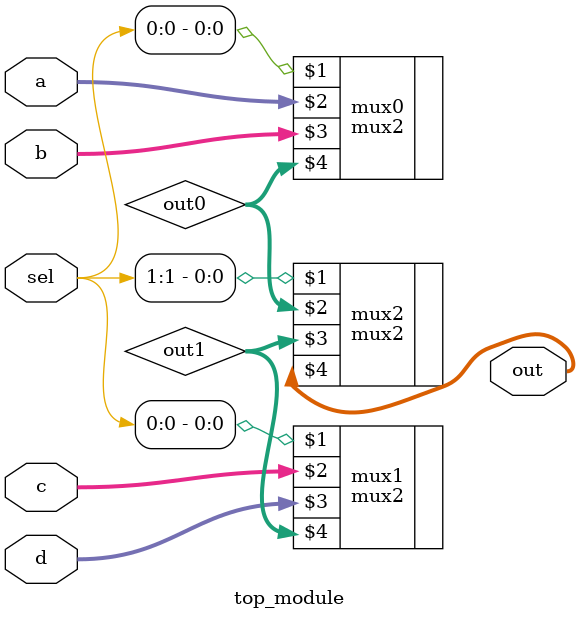
<source format=v>
module top_module (
	input [1:0] sel,
	input [7:0] a,
	input [7:0] b,
	input [7:0] c,
	input [7:0] d,
	output [7:0] out
);

	wire [7:0] out0, out1;

	mux2 mux0(sel[0], a, b, out0);
	mux2 mux1(sel[0], c, d, out1);
	mux2 mux2(sel[1], out0, out1, out);

endmodule

</source>
